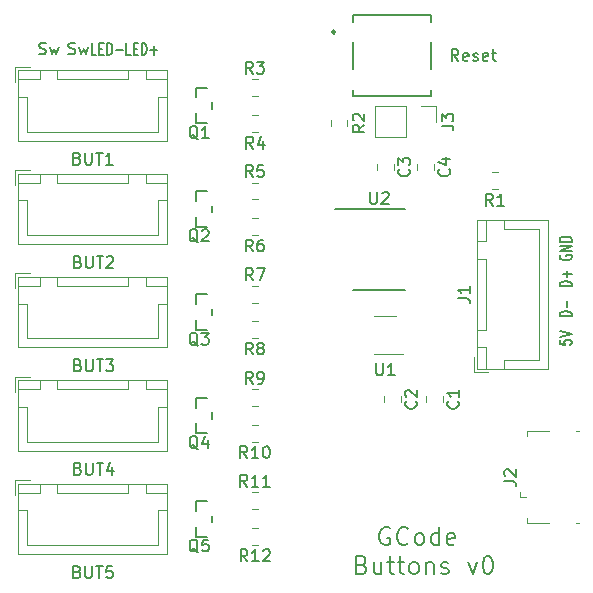
<source format=gbr>
G04 #@! TF.GenerationSoftware,KiCad,Pcbnew,(5.1.5)-3*
G04 #@! TF.CreationDate,2020-12-03T20:27:54+01:00*
G04 #@! TF.ProjectId,MCU_board,4d43555f-626f-4617-9264-2e6b69636164,rev?*
G04 #@! TF.SameCoordinates,Original*
G04 #@! TF.FileFunction,Legend,Top*
G04 #@! TF.FilePolarity,Positive*
%FSLAX46Y46*%
G04 Gerber Fmt 4.6, Leading zero omitted, Abs format (unit mm)*
G04 Created by KiCad (PCBNEW (5.1.5)-3) date 2020-12-03 20:27:54*
%MOMM*%
%LPD*%
G04 APERTURE LIST*
%ADD10C,0.200000*%
%ADD11C,0.150000*%
%ADD12C,0.250000*%
%ADD13C,0.120000*%
G04 APERTURE END LIST*
D10*
X68001428Y-112905000D02*
X67858571Y-112833571D01*
X67644285Y-112833571D01*
X67430000Y-112905000D01*
X67287142Y-113047857D01*
X67215714Y-113190714D01*
X67144285Y-113476428D01*
X67144285Y-113690714D01*
X67215714Y-113976428D01*
X67287142Y-114119285D01*
X67430000Y-114262142D01*
X67644285Y-114333571D01*
X67787142Y-114333571D01*
X68001428Y-114262142D01*
X68072857Y-114190714D01*
X68072857Y-113690714D01*
X67787142Y-113690714D01*
X69572857Y-114190714D02*
X69501428Y-114262142D01*
X69287142Y-114333571D01*
X69144285Y-114333571D01*
X68930000Y-114262142D01*
X68787142Y-114119285D01*
X68715714Y-113976428D01*
X68644285Y-113690714D01*
X68644285Y-113476428D01*
X68715714Y-113190714D01*
X68787142Y-113047857D01*
X68930000Y-112905000D01*
X69144285Y-112833571D01*
X69287142Y-112833571D01*
X69501428Y-112905000D01*
X69572857Y-112976428D01*
X70430000Y-114333571D02*
X70287142Y-114262142D01*
X70215714Y-114190714D01*
X70144285Y-114047857D01*
X70144285Y-113619285D01*
X70215714Y-113476428D01*
X70287142Y-113405000D01*
X70430000Y-113333571D01*
X70644285Y-113333571D01*
X70787142Y-113405000D01*
X70858571Y-113476428D01*
X70930000Y-113619285D01*
X70930000Y-114047857D01*
X70858571Y-114190714D01*
X70787142Y-114262142D01*
X70644285Y-114333571D01*
X70430000Y-114333571D01*
X72215714Y-114333571D02*
X72215714Y-112833571D01*
X72215714Y-114262142D02*
X72072857Y-114333571D01*
X71787142Y-114333571D01*
X71644285Y-114262142D01*
X71572857Y-114190714D01*
X71501428Y-114047857D01*
X71501428Y-113619285D01*
X71572857Y-113476428D01*
X71644285Y-113405000D01*
X71787142Y-113333571D01*
X72072857Y-113333571D01*
X72215714Y-113405000D01*
X73501428Y-114262142D02*
X73358571Y-114333571D01*
X73072857Y-114333571D01*
X72930000Y-114262142D01*
X72858571Y-114119285D01*
X72858571Y-113547857D01*
X72930000Y-113405000D01*
X73072857Y-113333571D01*
X73358571Y-113333571D01*
X73501428Y-113405000D01*
X73572857Y-113547857D01*
X73572857Y-113690714D01*
X72858571Y-113833571D01*
X65680000Y-115997857D02*
X65894285Y-116069285D01*
X65965714Y-116140714D01*
X66037142Y-116283571D01*
X66037142Y-116497857D01*
X65965714Y-116640714D01*
X65894285Y-116712142D01*
X65751428Y-116783571D01*
X65180000Y-116783571D01*
X65180000Y-115283571D01*
X65680000Y-115283571D01*
X65822857Y-115355000D01*
X65894285Y-115426428D01*
X65965714Y-115569285D01*
X65965714Y-115712142D01*
X65894285Y-115855000D01*
X65822857Y-115926428D01*
X65680000Y-115997857D01*
X65180000Y-115997857D01*
X67322857Y-115783571D02*
X67322857Y-116783571D01*
X66680000Y-115783571D02*
X66680000Y-116569285D01*
X66751428Y-116712142D01*
X66894285Y-116783571D01*
X67108571Y-116783571D01*
X67251428Y-116712142D01*
X67322857Y-116640714D01*
X67822857Y-115783571D02*
X68394285Y-115783571D01*
X68037142Y-115283571D02*
X68037142Y-116569285D01*
X68108571Y-116712142D01*
X68251428Y-116783571D01*
X68394285Y-116783571D01*
X68680000Y-115783571D02*
X69251428Y-115783571D01*
X68894285Y-115283571D02*
X68894285Y-116569285D01*
X68965714Y-116712142D01*
X69108571Y-116783571D01*
X69251428Y-116783571D01*
X69965714Y-116783571D02*
X69822857Y-116712142D01*
X69751428Y-116640714D01*
X69680000Y-116497857D01*
X69680000Y-116069285D01*
X69751428Y-115926428D01*
X69822857Y-115855000D01*
X69965714Y-115783571D01*
X70180000Y-115783571D01*
X70322857Y-115855000D01*
X70394285Y-115926428D01*
X70465714Y-116069285D01*
X70465714Y-116497857D01*
X70394285Y-116640714D01*
X70322857Y-116712142D01*
X70180000Y-116783571D01*
X69965714Y-116783571D01*
X71108571Y-115783571D02*
X71108571Y-116783571D01*
X71108571Y-115926428D02*
X71180000Y-115855000D01*
X71322857Y-115783571D01*
X71537142Y-115783571D01*
X71680000Y-115855000D01*
X71751428Y-115997857D01*
X71751428Y-116783571D01*
X72394285Y-116712142D02*
X72537142Y-116783571D01*
X72822857Y-116783571D01*
X72965714Y-116712142D01*
X73037142Y-116569285D01*
X73037142Y-116497857D01*
X72965714Y-116355000D01*
X72822857Y-116283571D01*
X72608571Y-116283571D01*
X72465714Y-116212142D01*
X72394285Y-116069285D01*
X72394285Y-115997857D01*
X72465714Y-115855000D01*
X72608571Y-115783571D01*
X72822857Y-115783571D01*
X72965714Y-115855000D01*
X74680000Y-115783571D02*
X75037142Y-116783571D01*
X75394285Y-115783571D01*
X76251428Y-115283571D02*
X76394285Y-115283571D01*
X76537142Y-115355000D01*
X76608571Y-115426428D01*
X76680000Y-115569285D01*
X76751428Y-115855000D01*
X76751428Y-116212142D01*
X76680000Y-116497857D01*
X76608571Y-116640714D01*
X76537142Y-116712142D01*
X76394285Y-116783571D01*
X76251428Y-116783571D01*
X76108571Y-116712142D01*
X76037142Y-116640714D01*
X75965714Y-116497857D01*
X75894285Y-116212142D01*
X75894285Y-115855000D01*
X75965714Y-115569285D01*
X76037142Y-115426428D01*
X76108571Y-115355000D01*
X76251428Y-115283571D01*
D11*
X43183571Y-72832380D02*
X42826428Y-72832380D01*
X42826428Y-71832380D01*
X43433571Y-72308571D02*
X43683571Y-72308571D01*
X43790714Y-72832380D02*
X43433571Y-72832380D01*
X43433571Y-71832380D01*
X43790714Y-71832380D01*
X44112142Y-72832380D02*
X44112142Y-71832380D01*
X44290714Y-71832380D01*
X44397857Y-71880000D01*
X44469285Y-71975238D01*
X44505000Y-72070476D01*
X44540714Y-72260952D01*
X44540714Y-72403809D01*
X44505000Y-72594285D01*
X44469285Y-72689523D01*
X44397857Y-72784761D01*
X44290714Y-72832380D01*
X44112142Y-72832380D01*
X44862142Y-72451428D02*
X45433571Y-72451428D01*
X46083571Y-72832380D02*
X45726428Y-72832380D01*
X45726428Y-71832380D01*
X46333571Y-72308571D02*
X46583571Y-72308571D01*
X46690714Y-72832380D02*
X46333571Y-72832380D01*
X46333571Y-71832380D01*
X46690714Y-71832380D01*
X47012142Y-72832380D02*
X47012142Y-71832380D01*
X47190714Y-71832380D01*
X47297857Y-71880000D01*
X47369285Y-71975238D01*
X47405000Y-72070476D01*
X47440714Y-72260952D01*
X47440714Y-72403809D01*
X47405000Y-72594285D01*
X47369285Y-72689523D01*
X47297857Y-72784761D01*
X47190714Y-72832380D01*
X47012142Y-72832380D01*
X47762142Y-72451428D02*
X48333571Y-72451428D01*
X48047857Y-72832380D02*
X48047857Y-72070476D01*
X40820476Y-72734761D02*
X40963333Y-72782380D01*
X41201428Y-72782380D01*
X41296666Y-72734761D01*
X41344285Y-72687142D01*
X41391904Y-72591904D01*
X41391904Y-72496666D01*
X41344285Y-72401428D01*
X41296666Y-72353809D01*
X41201428Y-72306190D01*
X41010952Y-72258571D01*
X40915714Y-72210952D01*
X40868095Y-72163333D01*
X40820476Y-72068095D01*
X40820476Y-71972857D01*
X40868095Y-71877619D01*
X40915714Y-71830000D01*
X41010952Y-71782380D01*
X41249047Y-71782380D01*
X41391904Y-71830000D01*
X41725238Y-72115714D02*
X41915714Y-72782380D01*
X42106190Y-72306190D01*
X42296666Y-72782380D01*
X42487142Y-72115714D01*
X38320476Y-72734761D02*
X38463333Y-72782380D01*
X38701428Y-72782380D01*
X38796666Y-72734761D01*
X38844285Y-72687142D01*
X38891904Y-72591904D01*
X38891904Y-72496666D01*
X38844285Y-72401428D01*
X38796666Y-72353809D01*
X38701428Y-72306190D01*
X38510952Y-72258571D01*
X38415714Y-72210952D01*
X38368095Y-72163333D01*
X38320476Y-72068095D01*
X38320476Y-71972857D01*
X38368095Y-71877619D01*
X38415714Y-71830000D01*
X38510952Y-71782380D01*
X38749047Y-71782380D01*
X38891904Y-71830000D01*
X39225238Y-72115714D02*
X39415714Y-72782380D01*
X39606190Y-72306190D01*
X39796666Y-72782380D01*
X39987142Y-72115714D01*
D12*
X63405000Y-70880000D02*
G75*
G03X63405000Y-70880000I-125000J0D01*
G01*
D11*
X64930000Y-70005000D02*
X64930000Y-69430000D01*
X64930000Y-74005000D02*
X64930000Y-71755000D01*
X64930000Y-76330000D02*
X64930000Y-75755000D01*
X64930000Y-76330000D02*
X71530000Y-76330000D01*
X71530000Y-70005000D02*
X71530000Y-69430000D01*
X71530000Y-74005000D02*
X71530000Y-71755000D01*
X71530000Y-76330000D02*
X71530000Y-75755000D01*
X64930000Y-69430000D02*
X71530000Y-69430000D01*
D13*
X75420000Y-99390000D02*
X81390000Y-99390000D01*
X81390000Y-99390000D02*
X81390000Y-86770000D01*
X81390000Y-86770000D02*
X75420000Y-86770000D01*
X75420000Y-86770000D02*
X75420000Y-99390000D01*
X75430000Y-96080000D02*
X76180000Y-96080000D01*
X76180000Y-96080000D02*
X76180000Y-90080000D01*
X76180000Y-90080000D02*
X75430000Y-90080000D01*
X75430000Y-90080000D02*
X75430000Y-96080000D01*
X75430000Y-99380000D02*
X76180000Y-99380000D01*
X76180000Y-99380000D02*
X76180000Y-97580000D01*
X76180000Y-97580000D02*
X75430000Y-97580000D01*
X75430000Y-97580000D02*
X75430000Y-99380000D01*
X75430000Y-88580000D02*
X76180000Y-88580000D01*
X76180000Y-88580000D02*
X76180000Y-86780000D01*
X76180000Y-86780000D02*
X75430000Y-86780000D01*
X75430000Y-86780000D02*
X75430000Y-88580000D01*
X77680000Y-99380000D02*
X77680000Y-98630000D01*
X77680000Y-98630000D02*
X80630000Y-98630000D01*
X80630000Y-98630000D02*
X80630000Y-93080000D01*
X77680000Y-86780000D02*
X77680000Y-87530000D01*
X77680000Y-87530000D02*
X80630000Y-87530000D01*
X80630000Y-87530000D02*
X80630000Y-93080000D01*
X75130000Y-98430000D02*
X75130000Y-99680000D01*
X75130000Y-99680000D02*
X76380000Y-99680000D01*
X36280000Y-108830000D02*
X36280000Y-110080000D01*
X37530000Y-108830000D02*
X36280000Y-108830000D01*
X48430000Y-114330000D02*
X42880000Y-114330000D01*
X48430000Y-111380000D02*
X48430000Y-114330000D01*
X49180000Y-111380000D02*
X48430000Y-111380000D01*
X37330000Y-114330000D02*
X42880000Y-114330000D01*
X37330000Y-111380000D02*
X37330000Y-114330000D01*
X36580000Y-111380000D02*
X37330000Y-111380000D01*
X49180000Y-109130000D02*
X47380000Y-109130000D01*
X49180000Y-109880000D02*
X49180000Y-109130000D01*
X47380000Y-109880000D02*
X49180000Y-109880000D01*
X47380000Y-109130000D02*
X47380000Y-109880000D01*
X38380000Y-109130000D02*
X36580000Y-109130000D01*
X38380000Y-109880000D02*
X38380000Y-109130000D01*
X36580000Y-109880000D02*
X38380000Y-109880000D01*
X36580000Y-109130000D02*
X36580000Y-109880000D01*
X45880000Y-109130000D02*
X39880000Y-109130000D01*
X45880000Y-109880000D02*
X45880000Y-109130000D01*
X39880000Y-109880000D02*
X45880000Y-109880000D01*
X39880000Y-109130000D02*
X39880000Y-109880000D01*
X49190000Y-109120000D02*
X36570000Y-109120000D01*
X49190000Y-115090000D02*
X49190000Y-109120000D01*
X36570000Y-115090000D02*
X49190000Y-115090000D01*
X36570000Y-109120000D02*
X36570000Y-115090000D01*
X36570000Y-100370000D02*
X36570000Y-106340000D01*
X36570000Y-106340000D02*
X49190000Y-106340000D01*
X49190000Y-106340000D02*
X49190000Y-100370000D01*
X49190000Y-100370000D02*
X36570000Y-100370000D01*
X39880000Y-100380000D02*
X39880000Y-101130000D01*
X39880000Y-101130000D02*
X45880000Y-101130000D01*
X45880000Y-101130000D02*
X45880000Y-100380000D01*
X45880000Y-100380000D02*
X39880000Y-100380000D01*
X36580000Y-100380000D02*
X36580000Y-101130000D01*
X36580000Y-101130000D02*
X38380000Y-101130000D01*
X38380000Y-101130000D02*
X38380000Y-100380000D01*
X38380000Y-100380000D02*
X36580000Y-100380000D01*
X47380000Y-100380000D02*
X47380000Y-101130000D01*
X47380000Y-101130000D02*
X49180000Y-101130000D01*
X49180000Y-101130000D02*
X49180000Y-100380000D01*
X49180000Y-100380000D02*
X47380000Y-100380000D01*
X36580000Y-102630000D02*
X37330000Y-102630000D01*
X37330000Y-102630000D02*
X37330000Y-105580000D01*
X37330000Y-105580000D02*
X42880000Y-105580000D01*
X49180000Y-102630000D02*
X48430000Y-102630000D01*
X48430000Y-102630000D02*
X48430000Y-105580000D01*
X48430000Y-105580000D02*
X42880000Y-105580000D01*
X37530000Y-100080000D02*
X36280000Y-100080000D01*
X36280000Y-100080000D02*
X36280000Y-101330000D01*
X36570000Y-91620000D02*
X36570000Y-97590000D01*
X36570000Y-97590000D02*
X49190000Y-97590000D01*
X49190000Y-97590000D02*
X49190000Y-91620000D01*
X49190000Y-91620000D02*
X36570000Y-91620000D01*
X39880000Y-91630000D02*
X39880000Y-92380000D01*
X39880000Y-92380000D02*
X45880000Y-92380000D01*
X45880000Y-92380000D02*
X45880000Y-91630000D01*
X45880000Y-91630000D02*
X39880000Y-91630000D01*
X36580000Y-91630000D02*
X36580000Y-92380000D01*
X36580000Y-92380000D02*
X38380000Y-92380000D01*
X38380000Y-92380000D02*
X38380000Y-91630000D01*
X38380000Y-91630000D02*
X36580000Y-91630000D01*
X47380000Y-91630000D02*
X47380000Y-92380000D01*
X47380000Y-92380000D02*
X49180000Y-92380000D01*
X49180000Y-92380000D02*
X49180000Y-91630000D01*
X49180000Y-91630000D02*
X47380000Y-91630000D01*
X36580000Y-93880000D02*
X37330000Y-93880000D01*
X37330000Y-93880000D02*
X37330000Y-96830000D01*
X37330000Y-96830000D02*
X42880000Y-96830000D01*
X49180000Y-93880000D02*
X48430000Y-93880000D01*
X48430000Y-93880000D02*
X48430000Y-96830000D01*
X48430000Y-96830000D02*
X42880000Y-96830000D01*
X37530000Y-91330000D02*
X36280000Y-91330000D01*
X36280000Y-91330000D02*
X36280000Y-92580000D01*
X36280000Y-82580000D02*
X36280000Y-83830000D01*
X37530000Y-82580000D02*
X36280000Y-82580000D01*
X48430000Y-88080000D02*
X42880000Y-88080000D01*
X48430000Y-85130000D02*
X48430000Y-88080000D01*
X49180000Y-85130000D02*
X48430000Y-85130000D01*
X37330000Y-88080000D02*
X42880000Y-88080000D01*
X37330000Y-85130000D02*
X37330000Y-88080000D01*
X36580000Y-85130000D02*
X37330000Y-85130000D01*
X49180000Y-82880000D02*
X47380000Y-82880000D01*
X49180000Y-83630000D02*
X49180000Y-82880000D01*
X47380000Y-83630000D02*
X49180000Y-83630000D01*
X47380000Y-82880000D02*
X47380000Y-83630000D01*
X38380000Y-82880000D02*
X36580000Y-82880000D01*
X38380000Y-83630000D02*
X38380000Y-82880000D01*
X36580000Y-83630000D02*
X38380000Y-83630000D01*
X36580000Y-82880000D02*
X36580000Y-83630000D01*
X45880000Y-82880000D02*
X39880000Y-82880000D01*
X45880000Y-83630000D02*
X45880000Y-82880000D01*
X39880000Y-83630000D02*
X45880000Y-83630000D01*
X39880000Y-82880000D02*
X39880000Y-83630000D01*
X49190000Y-82870000D02*
X36570000Y-82870000D01*
X49190000Y-88840000D02*
X49190000Y-82870000D01*
X36570000Y-88840000D02*
X49190000Y-88840000D01*
X36570000Y-82870000D02*
X36570000Y-88840000D01*
X36570000Y-74120000D02*
X36570000Y-80090000D01*
X36570000Y-80090000D02*
X49190000Y-80090000D01*
X49190000Y-80090000D02*
X49190000Y-74120000D01*
X49190000Y-74120000D02*
X36570000Y-74120000D01*
X39880000Y-74130000D02*
X39880000Y-74880000D01*
X39880000Y-74880000D02*
X45880000Y-74880000D01*
X45880000Y-74880000D02*
X45880000Y-74130000D01*
X45880000Y-74130000D02*
X39880000Y-74130000D01*
X36580000Y-74130000D02*
X36580000Y-74880000D01*
X36580000Y-74880000D02*
X38380000Y-74880000D01*
X38380000Y-74880000D02*
X38380000Y-74130000D01*
X38380000Y-74130000D02*
X36580000Y-74130000D01*
X47380000Y-74130000D02*
X47380000Y-74880000D01*
X47380000Y-74880000D02*
X49180000Y-74880000D01*
X49180000Y-74880000D02*
X49180000Y-74130000D01*
X49180000Y-74130000D02*
X47380000Y-74130000D01*
X36580000Y-76380000D02*
X37330000Y-76380000D01*
X37330000Y-76380000D02*
X37330000Y-79330000D01*
X37330000Y-79330000D02*
X42880000Y-79330000D01*
X49180000Y-76380000D02*
X48430000Y-76380000D01*
X48430000Y-76380000D02*
X48430000Y-79330000D01*
X48430000Y-79330000D02*
X42880000Y-79330000D01*
X37530000Y-73830000D02*
X36280000Y-73830000D01*
X36280000Y-73830000D02*
X36280000Y-75080000D01*
X72490000Y-101721422D02*
X72490000Y-102238578D01*
X71070000Y-101721422D02*
X71070000Y-102238578D01*
X67520000Y-101721422D02*
X67520000Y-102238578D01*
X68940000Y-101721422D02*
X68940000Y-102238578D01*
X68340000Y-82071422D02*
X68340000Y-82588578D01*
X66920000Y-82071422D02*
X66920000Y-82588578D01*
X70320000Y-82071422D02*
X70320000Y-82588578D01*
X71740000Y-82071422D02*
X71740000Y-82588578D01*
X79617500Y-112480000D02*
X79617500Y-112030000D01*
X81467500Y-112480000D02*
X79617500Y-112480000D01*
X84017500Y-104680000D02*
X83767500Y-104680000D01*
X84017500Y-112480000D02*
X83767500Y-112480000D01*
X81467500Y-104680000D02*
X79617500Y-104680000D01*
X79617500Y-104680000D02*
X79617500Y-105130000D01*
X79067500Y-110280000D02*
X79067500Y-109830000D01*
X79067500Y-110280000D02*
X79517500Y-110280000D01*
X66760000Y-77150000D02*
X66760000Y-79810000D01*
X69360000Y-77150000D02*
X66760000Y-77150000D01*
X69360000Y-79810000D02*
X66760000Y-79810000D01*
X69360000Y-77150000D02*
X69360000Y-79810000D01*
X70630000Y-77150000D02*
X71960000Y-77150000D01*
X71960000Y-77150000D02*
X71960000Y-78480000D01*
X77188578Y-84190000D02*
X76671422Y-84190000D01*
X77188578Y-82770000D02*
X76671422Y-82770000D01*
X64440000Y-78876078D02*
X64440000Y-78358922D01*
X63020000Y-78876078D02*
X63020000Y-78358922D01*
X68530000Y-94970000D02*
X66730000Y-94970000D01*
X66730000Y-98190000D02*
X69180000Y-98190000D01*
D11*
X64905000Y-92730000D02*
X69355000Y-92730000D01*
X63380000Y-85830000D02*
X69355000Y-85830000D01*
X52980000Y-76830000D02*
X52980000Y-77380000D01*
X52555000Y-75605000D02*
X51580000Y-75605000D01*
X51580000Y-77780000D02*
X51580000Y-78605000D01*
X51580000Y-75605000D02*
X51580000Y-76430000D01*
X52555000Y-78605000D02*
X51580000Y-78605000D01*
D13*
X56333922Y-79315000D02*
X56851078Y-79315000D01*
X56333922Y-77895000D02*
X56851078Y-77895000D01*
X56333922Y-74895000D02*
X56851078Y-74895000D01*
X56333922Y-76315000D02*
X56851078Y-76315000D01*
D11*
X52555000Y-87355000D02*
X51580000Y-87355000D01*
X51580000Y-84355000D02*
X51580000Y-85180000D01*
X51580000Y-86530000D02*
X51580000Y-87355000D01*
X52555000Y-84355000D02*
X51580000Y-84355000D01*
X52980000Y-85580000D02*
X52980000Y-86130000D01*
X52980000Y-94330000D02*
X52980000Y-94880000D01*
X52555000Y-93105000D02*
X51580000Y-93105000D01*
X51580000Y-95280000D02*
X51580000Y-96105000D01*
X51580000Y-93105000D02*
X51580000Y-93930000D01*
X52555000Y-96105000D02*
X51580000Y-96105000D01*
X52980000Y-103080000D02*
X52980000Y-103630000D01*
X52555000Y-101855000D02*
X51580000Y-101855000D01*
X51580000Y-104030000D02*
X51580000Y-104855000D01*
X51580000Y-101855000D02*
X51580000Y-102680000D01*
X52555000Y-104855000D02*
X51580000Y-104855000D01*
X52555000Y-113605000D02*
X51580000Y-113605000D01*
X51580000Y-110605000D02*
X51580000Y-111430000D01*
X51580000Y-112780000D02*
X51580000Y-113605000D01*
X52555000Y-110605000D02*
X51580000Y-110605000D01*
X52980000Y-111830000D02*
X52980000Y-112380000D01*
D13*
X56333922Y-86620000D02*
X56851078Y-86620000D01*
X56333922Y-88040000D02*
X56851078Y-88040000D01*
X56333922Y-85065000D02*
X56851078Y-85065000D01*
X56333922Y-83645000D02*
X56851078Y-83645000D01*
X56333922Y-96790000D02*
X56851078Y-96790000D01*
X56333922Y-95370000D02*
X56851078Y-95370000D01*
X56333922Y-92395000D02*
X56851078Y-92395000D01*
X56333922Y-93815000D02*
X56851078Y-93815000D01*
X56333922Y-104145000D02*
X56851078Y-104145000D01*
X56333922Y-105565000D02*
X56851078Y-105565000D01*
X56333922Y-114315000D02*
X56851078Y-114315000D01*
X56333922Y-112895000D02*
X56851078Y-112895000D01*
X56333922Y-102565000D02*
X56851078Y-102565000D01*
X56333922Y-101145000D02*
X56851078Y-101145000D01*
X56333922Y-109870000D02*
X56851078Y-109870000D01*
X56333922Y-111290000D02*
X56851078Y-111290000D01*
D11*
X73837023Y-73332380D02*
X73503690Y-72856190D01*
X73265595Y-73332380D02*
X73265595Y-72332380D01*
X73646547Y-72332380D01*
X73741785Y-72380000D01*
X73789404Y-72427619D01*
X73837023Y-72522857D01*
X73837023Y-72665714D01*
X73789404Y-72760952D01*
X73741785Y-72808571D01*
X73646547Y-72856190D01*
X73265595Y-72856190D01*
X74646547Y-73284761D02*
X74551309Y-73332380D01*
X74360833Y-73332380D01*
X74265595Y-73284761D01*
X74217976Y-73189523D01*
X74217976Y-72808571D01*
X74265595Y-72713333D01*
X74360833Y-72665714D01*
X74551309Y-72665714D01*
X74646547Y-72713333D01*
X74694166Y-72808571D01*
X74694166Y-72903809D01*
X74217976Y-72999047D01*
X75075119Y-73284761D02*
X75170357Y-73332380D01*
X75360833Y-73332380D01*
X75456071Y-73284761D01*
X75503690Y-73189523D01*
X75503690Y-73141904D01*
X75456071Y-73046666D01*
X75360833Y-72999047D01*
X75217976Y-72999047D01*
X75122738Y-72951428D01*
X75075119Y-72856190D01*
X75075119Y-72808571D01*
X75122738Y-72713333D01*
X75217976Y-72665714D01*
X75360833Y-72665714D01*
X75456071Y-72713333D01*
X76313214Y-73284761D02*
X76217976Y-73332380D01*
X76027500Y-73332380D01*
X75932261Y-73284761D01*
X75884642Y-73189523D01*
X75884642Y-72808571D01*
X75932261Y-72713333D01*
X76027500Y-72665714D01*
X76217976Y-72665714D01*
X76313214Y-72713333D01*
X76360833Y-72808571D01*
X76360833Y-72903809D01*
X75884642Y-72999047D01*
X76646547Y-72665714D02*
X77027500Y-72665714D01*
X76789404Y-72332380D02*
X76789404Y-73189523D01*
X76837023Y-73284761D01*
X76932261Y-73332380D01*
X77027500Y-73332380D01*
X73782380Y-93413333D02*
X74496666Y-93413333D01*
X74639523Y-93460952D01*
X74734761Y-93556190D01*
X74782380Y-93699047D01*
X74782380Y-93794285D01*
X74782380Y-92413333D02*
X74782380Y-92984761D01*
X74782380Y-92699047D02*
X73782380Y-92699047D01*
X73925238Y-92794285D01*
X74020476Y-92889523D01*
X74068095Y-92984761D01*
X82460000Y-89781428D02*
X82412380Y-89852857D01*
X82412380Y-89960000D01*
X82460000Y-90067142D01*
X82555238Y-90138571D01*
X82650476Y-90174285D01*
X82840952Y-90210000D01*
X82983809Y-90210000D01*
X83174285Y-90174285D01*
X83269523Y-90138571D01*
X83364761Y-90067142D01*
X83412380Y-89960000D01*
X83412380Y-89888571D01*
X83364761Y-89781428D01*
X83317142Y-89745714D01*
X82983809Y-89745714D01*
X82983809Y-89888571D01*
X83412380Y-89424285D02*
X82412380Y-89424285D01*
X83412380Y-88995714D01*
X82412380Y-88995714D01*
X83412380Y-88638571D02*
X82412380Y-88638571D01*
X82412380Y-88460000D01*
X82460000Y-88352857D01*
X82555238Y-88281428D01*
X82650476Y-88245714D01*
X82840952Y-88210000D01*
X82983809Y-88210000D01*
X83174285Y-88245714D01*
X83269523Y-88281428D01*
X83364761Y-88352857D01*
X83412380Y-88460000D01*
X83412380Y-88638571D01*
X83412380Y-92410714D02*
X82412380Y-92410714D01*
X82412380Y-92232142D01*
X82460000Y-92125000D01*
X82555238Y-92053571D01*
X82650476Y-92017857D01*
X82840952Y-91982142D01*
X82983809Y-91982142D01*
X83174285Y-92017857D01*
X83269523Y-92053571D01*
X83364761Y-92125000D01*
X83412380Y-92232142D01*
X83412380Y-92410714D01*
X83031428Y-91660714D02*
X83031428Y-91089285D01*
X83412380Y-91375000D02*
X82650476Y-91375000D01*
X83412380Y-94950714D02*
X82412380Y-94950714D01*
X82412380Y-94772142D01*
X82460000Y-94665000D01*
X82555238Y-94593571D01*
X82650476Y-94557857D01*
X82840952Y-94522142D01*
X82983809Y-94522142D01*
X83174285Y-94557857D01*
X83269523Y-94593571D01*
X83364761Y-94665000D01*
X83412380Y-94772142D01*
X83412380Y-94950714D01*
X83031428Y-94200714D02*
X83031428Y-93629285D01*
X82412380Y-96972857D02*
X82412380Y-97330000D01*
X82888571Y-97365714D01*
X82840952Y-97330000D01*
X82793333Y-97258571D01*
X82793333Y-97080000D01*
X82840952Y-97008571D01*
X82888571Y-96972857D01*
X82983809Y-96937142D01*
X83221904Y-96937142D01*
X83317142Y-96972857D01*
X83364761Y-97008571D01*
X83412380Y-97080000D01*
X83412380Y-97258571D01*
X83364761Y-97330000D01*
X83317142Y-97365714D01*
X82412380Y-96722857D02*
X83412380Y-96472857D01*
X82412380Y-96222857D01*
X41570476Y-116588571D02*
X41713333Y-116636190D01*
X41760952Y-116683809D01*
X41808571Y-116779047D01*
X41808571Y-116921904D01*
X41760952Y-117017142D01*
X41713333Y-117064761D01*
X41618095Y-117112380D01*
X41237142Y-117112380D01*
X41237142Y-116112380D01*
X41570476Y-116112380D01*
X41665714Y-116160000D01*
X41713333Y-116207619D01*
X41760952Y-116302857D01*
X41760952Y-116398095D01*
X41713333Y-116493333D01*
X41665714Y-116540952D01*
X41570476Y-116588571D01*
X41237142Y-116588571D01*
X42237142Y-116112380D02*
X42237142Y-116921904D01*
X42284761Y-117017142D01*
X42332380Y-117064761D01*
X42427619Y-117112380D01*
X42618095Y-117112380D01*
X42713333Y-117064761D01*
X42760952Y-117017142D01*
X42808571Y-116921904D01*
X42808571Y-116112380D01*
X43141904Y-116112380D02*
X43713333Y-116112380D01*
X43427619Y-117112380D02*
X43427619Y-116112380D01*
X44522857Y-116112380D02*
X44046666Y-116112380D01*
X43999047Y-116588571D01*
X44046666Y-116540952D01*
X44141904Y-116493333D01*
X44380000Y-116493333D01*
X44475238Y-116540952D01*
X44522857Y-116588571D01*
X44570476Y-116683809D01*
X44570476Y-116921904D01*
X44522857Y-117017142D01*
X44475238Y-117064761D01*
X44380000Y-117112380D01*
X44141904Y-117112380D01*
X44046666Y-117064761D01*
X43999047Y-117017142D01*
X41630476Y-107838571D02*
X41773333Y-107886190D01*
X41820952Y-107933809D01*
X41868571Y-108029047D01*
X41868571Y-108171904D01*
X41820952Y-108267142D01*
X41773333Y-108314761D01*
X41678095Y-108362380D01*
X41297142Y-108362380D01*
X41297142Y-107362380D01*
X41630476Y-107362380D01*
X41725714Y-107410000D01*
X41773333Y-107457619D01*
X41820952Y-107552857D01*
X41820952Y-107648095D01*
X41773333Y-107743333D01*
X41725714Y-107790952D01*
X41630476Y-107838571D01*
X41297142Y-107838571D01*
X42297142Y-107362380D02*
X42297142Y-108171904D01*
X42344761Y-108267142D01*
X42392380Y-108314761D01*
X42487619Y-108362380D01*
X42678095Y-108362380D01*
X42773333Y-108314761D01*
X42820952Y-108267142D01*
X42868571Y-108171904D01*
X42868571Y-107362380D01*
X43201904Y-107362380D02*
X43773333Y-107362380D01*
X43487619Y-108362380D02*
X43487619Y-107362380D01*
X44535238Y-107695714D02*
X44535238Y-108362380D01*
X44297142Y-107314761D02*
X44059047Y-108029047D01*
X44678095Y-108029047D01*
X41630476Y-99088571D02*
X41773333Y-99136190D01*
X41820952Y-99183809D01*
X41868571Y-99279047D01*
X41868571Y-99421904D01*
X41820952Y-99517142D01*
X41773333Y-99564761D01*
X41678095Y-99612380D01*
X41297142Y-99612380D01*
X41297142Y-98612380D01*
X41630476Y-98612380D01*
X41725714Y-98660000D01*
X41773333Y-98707619D01*
X41820952Y-98802857D01*
X41820952Y-98898095D01*
X41773333Y-98993333D01*
X41725714Y-99040952D01*
X41630476Y-99088571D01*
X41297142Y-99088571D01*
X42297142Y-98612380D02*
X42297142Y-99421904D01*
X42344761Y-99517142D01*
X42392380Y-99564761D01*
X42487619Y-99612380D01*
X42678095Y-99612380D01*
X42773333Y-99564761D01*
X42820952Y-99517142D01*
X42868571Y-99421904D01*
X42868571Y-98612380D01*
X43201904Y-98612380D02*
X43773333Y-98612380D01*
X43487619Y-99612380D02*
X43487619Y-98612380D01*
X44011428Y-98612380D02*
X44630476Y-98612380D01*
X44297142Y-98993333D01*
X44440000Y-98993333D01*
X44535238Y-99040952D01*
X44582857Y-99088571D01*
X44630476Y-99183809D01*
X44630476Y-99421904D01*
X44582857Y-99517142D01*
X44535238Y-99564761D01*
X44440000Y-99612380D01*
X44154285Y-99612380D01*
X44059047Y-99564761D01*
X44011428Y-99517142D01*
X41630476Y-90338571D02*
X41773333Y-90386190D01*
X41820952Y-90433809D01*
X41868571Y-90529047D01*
X41868571Y-90671904D01*
X41820952Y-90767142D01*
X41773333Y-90814761D01*
X41678095Y-90862380D01*
X41297142Y-90862380D01*
X41297142Y-89862380D01*
X41630476Y-89862380D01*
X41725714Y-89910000D01*
X41773333Y-89957619D01*
X41820952Y-90052857D01*
X41820952Y-90148095D01*
X41773333Y-90243333D01*
X41725714Y-90290952D01*
X41630476Y-90338571D01*
X41297142Y-90338571D01*
X42297142Y-89862380D02*
X42297142Y-90671904D01*
X42344761Y-90767142D01*
X42392380Y-90814761D01*
X42487619Y-90862380D01*
X42678095Y-90862380D01*
X42773333Y-90814761D01*
X42820952Y-90767142D01*
X42868571Y-90671904D01*
X42868571Y-89862380D01*
X43201904Y-89862380D02*
X43773333Y-89862380D01*
X43487619Y-90862380D02*
X43487619Y-89862380D01*
X44059047Y-89957619D02*
X44106666Y-89910000D01*
X44201904Y-89862380D01*
X44440000Y-89862380D01*
X44535238Y-89910000D01*
X44582857Y-89957619D01*
X44630476Y-90052857D01*
X44630476Y-90148095D01*
X44582857Y-90290952D01*
X44011428Y-90862380D01*
X44630476Y-90862380D01*
X41570476Y-81588571D02*
X41713333Y-81636190D01*
X41760952Y-81683809D01*
X41808571Y-81779047D01*
X41808571Y-81921904D01*
X41760952Y-82017142D01*
X41713333Y-82064761D01*
X41618095Y-82112380D01*
X41237142Y-82112380D01*
X41237142Y-81112380D01*
X41570476Y-81112380D01*
X41665714Y-81160000D01*
X41713333Y-81207619D01*
X41760952Y-81302857D01*
X41760952Y-81398095D01*
X41713333Y-81493333D01*
X41665714Y-81540952D01*
X41570476Y-81588571D01*
X41237142Y-81588571D01*
X42237142Y-81112380D02*
X42237142Y-81921904D01*
X42284761Y-82017142D01*
X42332380Y-82064761D01*
X42427619Y-82112380D01*
X42618095Y-82112380D01*
X42713333Y-82064761D01*
X42760952Y-82017142D01*
X42808571Y-81921904D01*
X42808571Y-81112380D01*
X43141904Y-81112380D02*
X43713333Y-81112380D01*
X43427619Y-82112380D02*
X43427619Y-81112380D01*
X44570476Y-82112380D02*
X43999047Y-82112380D01*
X44284761Y-82112380D02*
X44284761Y-81112380D01*
X44189523Y-81255238D01*
X44094285Y-81350476D01*
X43999047Y-81398095D01*
X73787142Y-102146666D02*
X73834761Y-102194285D01*
X73882380Y-102337142D01*
X73882380Y-102432380D01*
X73834761Y-102575238D01*
X73739523Y-102670476D01*
X73644285Y-102718095D01*
X73453809Y-102765714D01*
X73310952Y-102765714D01*
X73120476Y-102718095D01*
X73025238Y-102670476D01*
X72930000Y-102575238D01*
X72882380Y-102432380D01*
X72882380Y-102337142D01*
X72930000Y-102194285D01*
X72977619Y-102146666D01*
X73882380Y-101194285D02*
X73882380Y-101765714D01*
X73882380Y-101480000D02*
X72882380Y-101480000D01*
X73025238Y-101575238D01*
X73120476Y-101670476D01*
X73168095Y-101765714D01*
X70237142Y-102146666D02*
X70284761Y-102194285D01*
X70332380Y-102337142D01*
X70332380Y-102432380D01*
X70284761Y-102575238D01*
X70189523Y-102670476D01*
X70094285Y-102718095D01*
X69903809Y-102765714D01*
X69760952Y-102765714D01*
X69570476Y-102718095D01*
X69475238Y-102670476D01*
X69380000Y-102575238D01*
X69332380Y-102432380D01*
X69332380Y-102337142D01*
X69380000Y-102194285D01*
X69427619Y-102146666D01*
X69427619Y-101765714D02*
X69380000Y-101718095D01*
X69332380Y-101622857D01*
X69332380Y-101384761D01*
X69380000Y-101289523D01*
X69427619Y-101241904D01*
X69522857Y-101194285D01*
X69618095Y-101194285D01*
X69760952Y-101241904D01*
X70332380Y-101813333D01*
X70332380Y-101194285D01*
X69637142Y-82496666D02*
X69684761Y-82544285D01*
X69732380Y-82687142D01*
X69732380Y-82782380D01*
X69684761Y-82925238D01*
X69589523Y-83020476D01*
X69494285Y-83068095D01*
X69303809Y-83115714D01*
X69160952Y-83115714D01*
X68970476Y-83068095D01*
X68875238Y-83020476D01*
X68780000Y-82925238D01*
X68732380Y-82782380D01*
X68732380Y-82687142D01*
X68780000Y-82544285D01*
X68827619Y-82496666D01*
X68732380Y-82163333D02*
X68732380Y-81544285D01*
X69113333Y-81877619D01*
X69113333Y-81734761D01*
X69160952Y-81639523D01*
X69208571Y-81591904D01*
X69303809Y-81544285D01*
X69541904Y-81544285D01*
X69637142Y-81591904D01*
X69684761Y-81639523D01*
X69732380Y-81734761D01*
X69732380Y-82020476D01*
X69684761Y-82115714D01*
X69637142Y-82163333D01*
X73037142Y-82496666D02*
X73084761Y-82544285D01*
X73132380Y-82687142D01*
X73132380Y-82782380D01*
X73084761Y-82925238D01*
X72989523Y-83020476D01*
X72894285Y-83068095D01*
X72703809Y-83115714D01*
X72560952Y-83115714D01*
X72370476Y-83068095D01*
X72275238Y-83020476D01*
X72180000Y-82925238D01*
X72132380Y-82782380D01*
X72132380Y-82687142D01*
X72180000Y-82544285D01*
X72227619Y-82496666D01*
X72465714Y-81639523D02*
X73132380Y-81639523D01*
X72084761Y-81877619D02*
X72799047Y-82115714D01*
X72799047Y-81496666D01*
X77719880Y-108913333D02*
X78434166Y-108913333D01*
X78577023Y-108960952D01*
X78672261Y-109056190D01*
X78719880Y-109199047D01*
X78719880Y-109294285D01*
X77815119Y-108484761D02*
X77767500Y-108437142D01*
X77719880Y-108341904D01*
X77719880Y-108103809D01*
X77767500Y-108008571D01*
X77815119Y-107960952D01*
X77910357Y-107913333D01*
X78005595Y-107913333D01*
X78148452Y-107960952D01*
X78719880Y-108532380D01*
X78719880Y-107913333D01*
X72412380Y-78813333D02*
X73126666Y-78813333D01*
X73269523Y-78860952D01*
X73364761Y-78956190D01*
X73412380Y-79099047D01*
X73412380Y-79194285D01*
X72412380Y-78432380D02*
X72412380Y-77813333D01*
X72793333Y-78146666D01*
X72793333Y-78003809D01*
X72840952Y-77908571D01*
X72888571Y-77860952D01*
X72983809Y-77813333D01*
X73221904Y-77813333D01*
X73317142Y-77860952D01*
X73364761Y-77908571D01*
X73412380Y-78003809D01*
X73412380Y-78289523D01*
X73364761Y-78384761D01*
X73317142Y-78432380D01*
X76763333Y-85582380D02*
X76430000Y-85106190D01*
X76191904Y-85582380D02*
X76191904Y-84582380D01*
X76572857Y-84582380D01*
X76668095Y-84630000D01*
X76715714Y-84677619D01*
X76763333Y-84772857D01*
X76763333Y-84915714D01*
X76715714Y-85010952D01*
X76668095Y-85058571D01*
X76572857Y-85106190D01*
X76191904Y-85106190D01*
X77715714Y-85582380D02*
X77144285Y-85582380D01*
X77430000Y-85582380D02*
X77430000Y-84582380D01*
X77334761Y-84725238D01*
X77239523Y-84820476D01*
X77144285Y-84868095D01*
X65882380Y-78746666D02*
X65406190Y-79080000D01*
X65882380Y-79318095D02*
X64882380Y-79318095D01*
X64882380Y-78937142D01*
X64930000Y-78841904D01*
X64977619Y-78794285D01*
X65072857Y-78746666D01*
X65215714Y-78746666D01*
X65310952Y-78794285D01*
X65358571Y-78841904D01*
X65406190Y-78937142D01*
X65406190Y-79318095D01*
X64977619Y-78365714D02*
X64930000Y-78318095D01*
X64882380Y-78222857D01*
X64882380Y-77984761D01*
X64930000Y-77889523D01*
X64977619Y-77841904D01*
X65072857Y-77794285D01*
X65168095Y-77794285D01*
X65310952Y-77841904D01*
X65882380Y-78413333D01*
X65882380Y-77794285D01*
X66868095Y-98932380D02*
X66868095Y-99741904D01*
X66915714Y-99837142D01*
X66963333Y-99884761D01*
X67058571Y-99932380D01*
X67249047Y-99932380D01*
X67344285Y-99884761D01*
X67391904Y-99837142D01*
X67439523Y-99741904D01*
X67439523Y-98932380D01*
X68439523Y-99932380D02*
X67868095Y-99932380D01*
X68153809Y-99932380D02*
X68153809Y-98932380D01*
X68058571Y-99075238D01*
X67963333Y-99170476D01*
X67868095Y-99218095D01*
X66368095Y-84432380D02*
X66368095Y-85241904D01*
X66415714Y-85337142D01*
X66463333Y-85384761D01*
X66558571Y-85432380D01*
X66749047Y-85432380D01*
X66844285Y-85384761D01*
X66891904Y-85337142D01*
X66939523Y-85241904D01*
X66939523Y-84432380D01*
X67368095Y-84527619D02*
X67415714Y-84480000D01*
X67510952Y-84432380D01*
X67749047Y-84432380D01*
X67844285Y-84480000D01*
X67891904Y-84527619D01*
X67939523Y-84622857D01*
X67939523Y-84718095D01*
X67891904Y-84860952D01*
X67320476Y-85432380D01*
X67939523Y-85432380D01*
X51787261Y-79952619D02*
X51692023Y-79905000D01*
X51596785Y-79809761D01*
X51453928Y-79666904D01*
X51358690Y-79619285D01*
X51263452Y-79619285D01*
X51311071Y-79857380D02*
X51215833Y-79809761D01*
X51120595Y-79714523D01*
X51072976Y-79524047D01*
X51072976Y-79190714D01*
X51120595Y-79000238D01*
X51215833Y-78905000D01*
X51311071Y-78857380D01*
X51501547Y-78857380D01*
X51596785Y-78905000D01*
X51692023Y-79000238D01*
X51739642Y-79190714D01*
X51739642Y-79524047D01*
X51692023Y-79714523D01*
X51596785Y-79809761D01*
X51501547Y-79857380D01*
X51311071Y-79857380D01*
X52692023Y-79857380D02*
X52120595Y-79857380D01*
X52406309Y-79857380D02*
X52406309Y-78857380D01*
X52311071Y-79000238D01*
X52215833Y-79095476D01*
X52120595Y-79143095D01*
X56463333Y-80757380D02*
X56130000Y-80281190D01*
X55891904Y-80757380D02*
X55891904Y-79757380D01*
X56272857Y-79757380D01*
X56368095Y-79805000D01*
X56415714Y-79852619D01*
X56463333Y-79947857D01*
X56463333Y-80090714D01*
X56415714Y-80185952D01*
X56368095Y-80233571D01*
X56272857Y-80281190D01*
X55891904Y-80281190D01*
X57320476Y-80090714D02*
X57320476Y-80757380D01*
X57082380Y-79709761D02*
X56844285Y-80424047D01*
X57463333Y-80424047D01*
X56425833Y-74407380D02*
X56092500Y-73931190D01*
X55854404Y-74407380D02*
X55854404Y-73407380D01*
X56235357Y-73407380D01*
X56330595Y-73455000D01*
X56378214Y-73502619D01*
X56425833Y-73597857D01*
X56425833Y-73740714D01*
X56378214Y-73835952D01*
X56330595Y-73883571D01*
X56235357Y-73931190D01*
X55854404Y-73931190D01*
X56759166Y-73407380D02*
X57378214Y-73407380D01*
X57044880Y-73788333D01*
X57187738Y-73788333D01*
X57282976Y-73835952D01*
X57330595Y-73883571D01*
X57378214Y-73978809D01*
X57378214Y-74216904D01*
X57330595Y-74312142D01*
X57282976Y-74359761D01*
X57187738Y-74407380D01*
X56902023Y-74407380D01*
X56806785Y-74359761D01*
X56759166Y-74312142D01*
X51787261Y-88702619D02*
X51692023Y-88655000D01*
X51596785Y-88559761D01*
X51453928Y-88416904D01*
X51358690Y-88369285D01*
X51263452Y-88369285D01*
X51311071Y-88607380D02*
X51215833Y-88559761D01*
X51120595Y-88464523D01*
X51072976Y-88274047D01*
X51072976Y-87940714D01*
X51120595Y-87750238D01*
X51215833Y-87655000D01*
X51311071Y-87607380D01*
X51501547Y-87607380D01*
X51596785Y-87655000D01*
X51692023Y-87750238D01*
X51739642Y-87940714D01*
X51739642Y-88274047D01*
X51692023Y-88464523D01*
X51596785Y-88559761D01*
X51501547Y-88607380D01*
X51311071Y-88607380D01*
X52120595Y-87702619D02*
X52168214Y-87655000D01*
X52263452Y-87607380D01*
X52501547Y-87607380D01*
X52596785Y-87655000D01*
X52644404Y-87702619D01*
X52692023Y-87797857D01*
X52692023Y-87893095D01*
X52644404Y-88035952D01*
X52072976Y-88607380D01*
X52692023Y-88607380D01*
X51787261Y-97452619D02*
X51692023Y-97405000D01*
X51596785Y-97309761D01*
X51453928Y-97166904D01*
X51358690Y-97119285D01*
X51263452Y-97119285D01*
X51311071Y-97357380D02*
X51215833Y-97309761D01*
X51120595Y-97214523D01*
X51072976Y-97024047D01*
X51072976Y-96690714D01*
X51120595Y-96500238D01*
X51215833Y-96405000D01*
X51311071Y-96357380D01*
X51501547Y-96357380D01*
X51596785Y-96405000D01*
X51692023Y-96500238D01*
X51739642Y-96690714D01*
X51739642Y-97024047D01*
X51692023Y-97214523D01*
X51596785Y-97309761D01*
X51501547Y-97357380D01*
X51311071Y-97357380D01*
X52072976Y-96357380D02*
X52692023Y-96357380D01*
X52358690Y-96738333D01*
X52501547Y-96738333D01*
X52596785Y-96785952D01*
X52644404Y-96833571D01*
X52692023Y-96928809D01*
X52692023Y-97166904D01*
X52644404Y-97262142D01*
X52596785Y-97309761D01*
X52501547Y-97357380D01*
X52215833Y-97357380D01*
X52120595Y-97309761D01*
X52072976Y-97262142D01*
X51787261Y-106202619D02*
X51692023Y-106155000D01*
X51596785Y-106059761D01*
X51453928Y-105916904D01*
X51358690Y-105869285D01*
X51263452Y-105869285D01*
X51311071Y-106107380D02*
X51215833Y-106059761D01*
X51120595Y-105964523D01*
X51072976Y-105774047D01*
X51072976Y-105440714D01*
X51120595Y-105250238D01*
X51215833Y-105155000D01*
X51311071Y-105107380D01*
X51501547Y-105107380D01*
X51596785Y-105155000D01*
X51692023Y-105250238D01*
X51739642Y-105440714D01*
X51739642Y-105774047D01*
X51692023Y-105964523D01*
X51596785Y-106059761D01*
X51501547Y-106107380D01*
X51311071Y-106107380D01*
X52596785Y-105440714D02*
X52596785Y-106107380D01*
X52358690Y-105059761D02*
X52120595Y-105774047D01*
X52739642Y-105774047D01*
X51787261Y-114952619D02*
X51692023Y-114905000D01*
X51596785Y-114809761D01*
X51453928Y-114666904D01*
X51358690Y-114619285D01*
X51263452Y-114619285D01*
X51311071Y-114857380D02*
X51215833Y-114809761D01*
X51120595Y-114714523D01*
X51072976Y-114524047D01*
X51072976Y-114190714D01*
X51120595Y-114000238D01*
X51215833Y-113905000D01*
X51311071Y-113857380D01*
X51501547Y-113857380D01*
X51596785Y-113905000D01*
X51692023Y-114000238D01*
X51739642Y-114190714D01*
X51739642Y-114524047D01*
X51692023Y-114714523D01*
X51596785Y-114809761D01*
X51501547Y-114857380D01*
X51311071Y-114857380D01*
X52644404Y-113857380D02*
X52168214Y-113857380D01*
X52120595Y-114333571D01*
X52168214Y-114285952D01*
X52263452Y-114238333D01*
X52501547Y-114238333D01*
X52596785Y-114285952D01*
X52644404Y-114333571D01*
X52692023Y-114428809D01*
X52692023Y-114666904D01*
X52644404Y-114762142D01*
X52596785Y-114809761D01*
X52501547Y-114857380D01*
X52263452Y-114857380D01*
X52168214Y-114809761D01*
X52120595Y-114762142D01*
X56425833Y-89457380D02*
X56092500Y-88981190D01*
X55854404Y-89457380D02*
X55854404Y-88457380D01*
X56235357Y-88457380D01*
X56330595Y-88505000D01*
X56378214Y-88552619D01*
X56425833Y-88647857D01*
X56425833Y-88790714D01*
X56378214Y-88885952D01*
X56330595Y-88933571D01*
X56235357Y-88981190D01*
X55854404Y-88981190D01*
X57282976Y-88457380D02*
X57092500Y-88457380D01*
X56997261Y-88505000D01*
X56949642Y-88552619D01*
X56854404Y-88695476D01*
X56806785Y-88885952D01*
X56806785Y-89266904D01*
X56854404Y-89362142D01*
X56902023Y-89409761D01*
X56997261Y-89457380D01*
X57187738Y-89457380D01*
X57282976Y-89409761D01*
X57330595Y-89362142D01*
X57378214Y-89266904D01*
X57378214Y-89028809D01*
X57330595Y-88933571D01*
X57282976Y-88885952D01*
X57187738Y-88838333D01*
X56997261Y-88838333D01*
X56902023Y-88885952D01*
X56854404Y-88933571D01*
X56806785Y-89028809D01*
X56425833Y-83157380D02*
X56092500Y-82681190D01*
X55854404Y-83157380D02*
X55854404Y-82157380D01*
X56235357Y-82157380D01*
X56330595Y-82205000D01*
X56378214Y-82252619D01*
X56425833Y-82347857D01*
X56425833Y-82490714D01*
X56378214Y-82585952D01*
X56330595Y-82633571D01*
X56235357Y-82681190D01*
X55854404Y-82681190D01*
X57330595Y-82157380D02*
X56854404Y-82157380D01*
X56806785Y-82633571D01*
X56854404Y-82585952D01*
X56949642Y-82538333D01*
X57187738Y-82538333D01*
X57282976Y-82585952D01*
X57330595Y-82633571D01*
X57378214Y-82728809D01*
X57378214Y-82966904D01*
X57330595Y-83062142D01*
X57282976Y-83109761D01*
X57187738Y-83157380D01*
X56949642Y-83157380D01*
X56854404Y-83109761D01*
X56806785Y-83062142D01*
X56425833Y-98182380D02*
X56092500Y-97706190D01*
X55854404Y-98182380D02*
X55854404Y-97182380D01*
X56235357Y-97182380D01*
X56330595Y-97230000D01*
X56378214Y-97277619D01*
X56425833Y-97372857D01*
X56425833Y-97515714D01*
X56378214Y-97610952D01*
X56330595Y-97658571D01*
X56235357Y-97706190D01*
X55854404Y-97706190D01*
X56997261Y-97610952D02*
X56902023Y-97563333D01*
X56854404Y-97515714D01*
X56806785Y-97420476D01*
X56806785Y-97372857D01*
X56854404Y-97277619D01*
X56902023Y-97230000D01*
X56997261Y-97182380D01*
X57187738Y-97182380D01*
X57282976Y-97230000D01*
X57330595Y-97277619D01*
X57378214Y-97372857D01*
X57378214Y-97420476D01*
X57330595Y-97515714D01*
X57282976Y-97563333D01*
X57187738Y-97610952D01*
X56997261Y-97610952D01*
X56902023Y-97658571D01*
X56854404Y-97706190D01*
X56806785Y-97801428D01*
X56806785Y-97991904D01*
X56854404Y-98087142D01*
X56902023Y-98134761D01*
X56997261Y-98182380D01*
X57187738Y-98182380D01*
X57282976Y-98134761D01*
X57330595Y-98087142D01*
X57378214Y-97991904D01*
X57378214Y-97801428D01*
X57330595Y-97706190D01*
X57282976Y-97658571D01*
X57187738Y-97610952D01*
X56425833Y-91907380D02*
X56092500Y-91431190D01*
X55854404Y-91907380D02*
X55854404Y-90907380D01*
X56235357Y-90907380D01*
X56330595Y-90955000D01*
X56378214Y-91002619D01*
X56425833Y-91097857D01*
X56425833Y-91240714D01*
X56378214Y-91335952D01*
X56330595Y-91383571D01*
X56235357Y-91431190D01*
X55854404Y-91431190D01*
X56759166Y-90907380D02*
X57425833Y-90907380D01*
X56997261Y-91907380D01*
X55949642Y-106957380D02*
X55616309Y-106481190D01*
X55378214Y-106957380D02*
X55378214Y-105957380D01*
X55759166Y-105957380D01*
X55854404Y-106005000D01*
X55902023Y-106052619D01*
X55949642Y-106147857D01*
X55949642Y-106290714D01*
X55902023Y-106385952D01*
X55854404Y-106433571D01*
X55759166Y-106481190D01*
X55378214Y-106481190D01*
X56902023Y-106957380D02*
X56330595Y-106957380D01*
X56616309Y-106957380D02*
X56616309Y-105957380D01*
X56521071Y-106100238D01*
X56425833Y-106195476D01*
X56330595Y-106243095D01*
X57521071Y-105957380D02*
X57616309Y-105957380D01*
X57711547Y-106005000D01*
X57759166Y-106052619D01*
X57806785Y-106147857D01*
X57854404Y-106338333D01*
X57854404Y-106576428D01*
X57806785Y-106766904D01*
X57759166Y-106862142D01*
X57711547Y-106909761D01*
X57616309Y-106957380D01*
X57521071Y-106957380D01*
X57425833Y-106909761D01*
X57378214Y-106862142D01*
X57330595Y-106766904D01*
X57282976Y-106576428D01*
X57282976Y-106338333D01*
X57330595Y-106147857D01*
X57378214Y-106052619D01*
X57425833Y-106005000D01*
X57521071Y-105957380D01*
X55967142Y-115697380D02*
X55633809Y-115221190D01*
X55395714Y-115697380D02*
X55395714Y-114697380D01*
X55776666Y-114697380D01*
X55871904Y-114745000D01*
X55919523Y-114792619D01*
X55967142Y-114887857D01*
X55967142Y-115030714D01*
X55919523Y-115125952D01*
X55871904Y-115173571D01*
X55776666Y-115221190D01*
X55395714Y-115221190D01*
X56919523Y-115697380D02*
X56348095Y-115697380D01*
X56633809Y-115697380D02*
X56633809Y-114697380D01*
X56538571Y-114840238D01*
X56443333Y-114935476D01*
X56348095Y-114983095D01*
X57300476Y-114792619D02*
X57348095Y-114745000D01*
X57443333Y-114697380D01*
X57681428Y-114697380D01*
X57776666Y-114745000D01*
X57824285Y-114792619D01*
X57871904Y-114887857D01*
X57871904Y-114983095D01*
X57824285Y-115125952D01*
X57252857Y-115697380D01*
X57871904Y-115697380D01*
X56425833Y-100657380D02*
X56092500Y-100181190D01*
X55854404Y-100657380D02*
X55854404Y-99657380D01*
X56235357Y-99657380D01*
X56330595Y-99705000D01*
X56378214Y-99752619D01*
X56425833Y-99847857D01*
X56425833Y-99990714D01*
X56378214Y-100085952D01*
X56330595Y-100133571D01*
X56235357Y-100181190D01*
X55854404Y-100181190D01*
X56902023Y-100657380D02*
X57092500Y-100657380D01*
X57187738Y-100609761D01*
X57235357Y-100562142D01*
X57330595Y-100419285D01*
X57378214Y-100228809D01*
X57378214Y-99847857D01*
X57330595Y-99752619D01*
X57282976Y-99705000D01*
X57187738Y-99657380D01*
X56997261Y-99657380D01*
X56902023Y-99705000D01*
X56854404Y-99752619D01*
X56806785Y-99847857D01*
X56806785Y-100085952D01*
X56854404Y-100181190D01*
X56902023Y-100228809D01*
X56997261Y-100276428D01*
X57187738Y-100276428D01*
X57282976Y-100228809D01*
X57330595Y-100181190D01*
X57378214Y-100085952D01*
X55949642Y-109382380D02*
X55616309Y-108906190D01*
X55378214Y-109382380D02*
X55378214Y-108382380D01*
X55759166Y-108382380D01*
X55854404Y-108430000D01*
X55902023Y-108477619D01*
X55949642Y-108572857D01*
X55949642Y-108715714D01*
X55902023Y-108810952D01*
X55854404Y-108858571D01*
X55759166Y-108906190D01*
X55378214Y-108906190D01*
X56902023Y-109382380D02*
X56330595Y-109382380D01*
X56616309Y-109382380D02*
X56616309Y-108382380D01*
X56521071Y-108525238D01*
X56425833Y-108620476D01*
X56330595Y-108668095D01*
X57854404Y-109382380D02*
X57282976Y-109382380D01*
X57568690Y-109382380D02*
X57568690Y-108382380D01*
X57473452Y-108525238D01*
X57378214Y-108620476D01*
X57282976Y-108668095D01*
M02*

</source>
